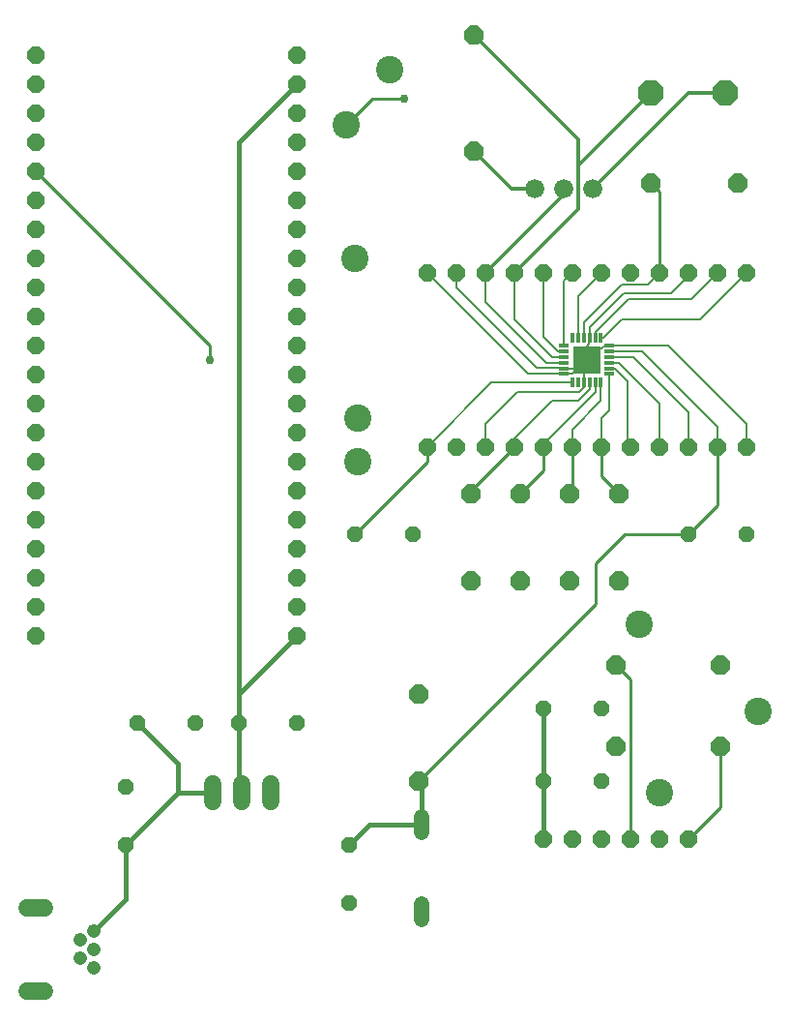
<source format=gbr>
G04 EAGLE Gerber RS-274X export*
G75*
%MOMM*%
%FSLAX34Y34*%
%LPD*%
%INTop Copper*%
%IPPOS*%
%AMOC8*
5,1,8,0,0,1.08239X$1,22.5*%
G01*
%ADD10P,1.429621X8X22.500000*%
%ADD11C,1.524000*%
%ADD12P,1.632244X8X112.500000*%
%ADD13R,0.304800X0.812800*%
%ADD14R,0.812800X0.304800*%
%ADD15R,2.438400X2.438400*%
%ADD16C,1.508000*%
%ADD17C,1.208000*%
%ADD18P,1.632244X8X202.500000*%
%ADD19P,1.632244X8X22.500000*%
%ADD20C,1.320800*%
%ADD21P,1.429621X8X292.500000*%
%ADD22P,1.814519X8X112.500000*%
%ADD23P,2.336880X8X22.500000*%
%ADD24P,1.814519X8X202.500000*%
%ADD25P,1.429621X8X112.500000*%
%ADD26C,1.676400*%
%ADD27C,2.400000*%
%ADD28C,0.203200*%
%ADD29C,0.457200*%
%ADD30C,0.254000*%
%ADD31C,0.756400*%
%ADD32C,0.304800*%


D10*
X215900Y355600D03*
X266700Y355600D03*
X127000Y355600D03*
X177800Y355600D03*
D11*
X243840Y302260D02*
X243840Y287020D01*
X218440Y287020D02*
X218440Y302260D01*
X193040Y302260D02*
X193040Y287020D01*
D12*
X266700Y431800D03*
X266700Y457200D03*
X266700Y482600D03*
X266700Y508000D03*
X266700Y533400D03*
X266700Y558800D03*
X266700Y584200D03*
X266700Y609600D03*
X266700Y635000D03*
X266700Y660400D03*
X266700Y685800D03*
X266700Y711200D03*
X266700Y736600D03*
X266700Y762000D03*
X266700Y787400D03*
X266700Y812800D03*
X266700Y838200D03*
X266700Y863600D03*
X266700Y889000D03*
X266700Y914400D03*
X266700Y939800D03*
X38100Y431800D03*
X38100Y457200D03*
X38100Y482600D03*
X38100Y508000D03*
X38100Y533400D03*
X38100Y558800D03*
X38100Y584200D03*
X38100Y609600D03*
X38100Y635000D03*
X38100Y660400D03*
X38100Y685800D03*
X38100Y711200D03*
X38100Y736600D03*
X38100Y762000D03*
X38100Y787400D03*
X38100Y812800D03*
X38100Y838200D03*
X38100Y863600D03*
X38100Y889000D03*
X38100Y914400D03*
X38100Y939800D03*
D13*
X533146Y692658D03*
X528320Y692658D03*
X523240Y692658D03*
X518160Y692658D03*
X513080Y692658D03*
X508254Y692658D03*
D14*
X501142Y685546D03*
X501142Y680720D03*
X501142Y675640D03*
X501142Y670560D03*
X501142Y665480D03*
X501142Y660654D03*
D13*
X508254Y653542D03*
X513080Y653542D03*
X518160Y653542D03*
X523240Y653542D03*
X528320Y653542D03*
X533146Y653542D03*
D14*
X540258Y660654D03*
X540258Y665480D03*
X540258Y670560D03*
X540258Y675640D03*
X540258Y680720D03*
X540258Y685546D03*
D15*
X520700Y673100D03*
D16*
X46250Y193980D02*
X31170Y193980D01*
X31170Y120980D02*
X46250Y120980D01*
D17*
X77210Y149480D03*
X89210Y157480D03*
X89210Y173480D03*
X89210Y141480D03*
X77210Y165480D03*
D18*
X660400Y749300D03*
X635000Y749300D03*
X609600Y749300D03*
X584200Y749300D03*
X558800Y749300D03*
X533400Y749300D03*
X508000Y749300D03*
X482600Y749300D03*
X457200Y749300D03*
X431800Y749300D03*
X406400Y749300D03*
X381000Y749300D03*
D19*
X381000Y596900D03*
X406400Y596900D03*
X431800Y596900D03*
X457200Y596900D03*
X482600Y596900D03*
X508000Y596900D03*
X533400Y596900D03*
X558800Y596900D03*
X584200Y596900D03*
X609600Y596900D03*
X635000Y596900D03*
X660400Y596900D03*
D18*
X609600Y254000D03*
X584200Y254000D03*
X558800Y254000D03*
X533400Y254000D03*
X508000Y254000D03*
X482600Y254000D03*
D20*
X375920Y260096D02*
X375920Y273304D01*
X375920Y197104D02*
X375920Y183896D01*
D21*
X312420Y248920D03*
X312420Y198120D03*
D22*
X373380Y304800D03*
X373380Y381000D03*
D10*
X482600Y304800D03*
X533400Y304800D03*
X482600Y368300D03*
X533400Y368300D03*
X609600Y520700D03*
X660400Y520700D03*
D23*
X642112Y906780D03*
X577088Y906780D03*
D10*
X317500Y520700D03*
X368300Y520700D03*
D22*
X548640Y480060D03*
X548640Y556260D03*
X505460Y480060D03*
X505460Y556260D03*
X462280Y480060D03*
X462280Y556260D03*
X419100Y480060D03*
X419100Y556260D03*
D24*
X652780Y828040D03*
X576580Y828040D03*
D25*
X116840Y248920D03*
X116840Y299720D03*
D24*
X637540Y335280D03*
X546100Y335280D03*
X637540Y406400D03*
X546100Y406400D03*
D22*
X421640Y855980D03*
X421640Y957580D03*
D26*
X500380Y822960D03*
X474980Y822960D03*
X525780Y822960D03*
D27*
X320040Y584200D03*
X320040Y622300D03*
X584200Y294640D03*
X566420Y441960D03*
X309880Y878840D03*
X347980Y927100D03*
X670560Y365760D03*
X317500Y762000D03*
D28*
X500126Y666496D02*
X501142Y665480D01*
X500126Y666496D02*
X476657Y666496D01*
X406400Y736753D01*
X406400Y749300D01*
X469646Y660654D02*
X501142Y660654D01*
X469646Y660654D02*
X381000Y749300D01*
X523165Y692583D02*
X523165Y687243D01*
X523165Y692583D02*
X523240Y692658D01*
X523165Y687243D02*
X520957Y685035D01*
X513080Y665480D02*
X501142Y665480D01*
X508254Y660654D02*
X513080Y665480D01*
X508254Y660654D02*
X501142Y660654D01*
X518468Y670868D02*
X520700Y673100D01*
X518468Y670868D02*
X518468Y653850D01*
X518160Y653542D01*
X594360Y731520D02*
X609600Y746760D01*
X609600Y749300D01*
X594360Y731520D02*
X553109Y731520D01*
X540258Y685546D02*
X539496Y684784D01*
X535142Y684784D01*
X533618Y683260D01*
X518160Y653542D02*
X518129Y653511D01*
X518129Y649041D01*
X514248Y645160D01*
X459740Y645160D01*
X431800Y617220D01*
X431800Y596900D01*
X540258Y685546D02*
X592074Y685546D01*
X660400Y617220D01*
X660400Y596900D01*
X520957Y673357D02*
X520957Y685035D01*
X520957Y673357D02*
X520700Y673100D01*
X513080Y728980D02*
X533400Y749300D01*
X513080Y728980D02*
X513080Y692658D01*
X523240Y701651D02*
X553109Y731520D01*
X523240Y701651D02*
X523240Y692658D01*
D29*
X162560Y294640D02*
X116840Y248920D01*
X162560Y294640D02*
X193040Y294640D01*
X162560Y294640D02*
X162560Y320040D01*
X127000Y355600D01*
X116840Y248920D02*
X116840Y201110D01*
X89210Y173480D01*
D28*
X501142Y685546D02*
X501142Y742442D01*
X508000Y749300D01*
X501142Y680720D02*
X495300Y680720D01*
X482600Y693420D01*
X482600Y749300D01*
D29*
X215900Y297180D02*
X218440Y294640D01*
X215900Y297180D02*
X215900Y355600D01*
X215900Y381000D01*
X266700Y431800D01*
X215900Y381000D02*
X215900Y863600D01*
X266700Y914400D01*
X482600Y368300D02*
X482600Y304800D01*
X482600Y254000D01*
D28*
X540258Y680720D02*
X568960Y680720D01*
X635000Y614680D02*
X635000Y599440D01*
X635000Y596900D01*
X635000Y614680D02*
X568960Y680720D01*
D29*
X373380Y304800D02*
X375920Y302260D01*
X375920Y266700D01*
X330200Y266700D02*
X312420Y248920D01*
X330200Y266700D02*
X375920Y266700D01*
D30*
X373380Y304800D02*
X528320Y459740D01*
X528320Y495300D01*
X609600Y520700D02*
X635000Y546100D01*
X635000Y599440D01*
X553720Y520700D02*
X528320Y495300D01*
X553720Y520700D02*
X609600Y520700D01*
D28*
X612140Y726440D02*
X635000Y749300D01*
X529082Y697774D02*
X529082Y693420D01*
X528320Y692658D01*
X529082Y697774D02*
X557748Y726440D01*
X612140Y726440D01*
D31*
X360680Y901700D03*
D30*
X332740Y901700D01*
X309880Y878840D01*
D28*
X619760Y708660D02*
X660400Y749300D01*
X551688Y708660D02*
X535686Y692658D01*
X533146Y692658D01*
X551688Y708660D02*
X619760Y708660D01*
X548640Y670560D02*
X540258Y670560D01*
X584200Y635000D02*
X584200Y596900D01*
X584200Y635000D02*
X548640Y670560D01*
D31*
X190500Y673100D03*
D30*
X190500Y685800D01*
X38100Y838200D01*
D28*
X540258Y675640D02*
X561340Y675640D01*
X609600Y627380D01*
X609600Y596900D01*
X540798Y664940D02*
X540258Y665480D01*
X540798Y664940D02*
X545670Y664940D01*
X556260Y654349D01*
X556260Y599440D02*
X558800Y596900D01*
X556260Y599440D02*
X556260Y654349D01*
D30*
X558800Y393700D02*
X558800Y254000D01*
X558800Y393700D02*
X546100Y406400D01*
X637540Y281940D02*
X609600Y254000D01*
X637540Y281940D02*
X637540Y335280D01*
D28*
X508254Y653542D02*
X437642Y653542D01*
X381000Y596900D01*
D30*
X381000Y584200D01*
X317500Y520700D01*
D28*
X431800Y724002D02*
X431800Y749300D01*
X431800Y724002D02*
X485242Y670560D01*
X501142Y670560D01*
D32*
X431800Y749300D02*
X500380Y817880D01*
X500380Y822960D01*
D28*
X457200Y749300D02*
X457200Y708711D01*
X490271Y675640D01*
X501142Y675640D01*
D32*
X457200Y749300D02*
X513080Y805180D01*
X513080Y842772D02*
X577088Y906780D01*
X513080Y842772D02*
X513080Y805180D01*
X513080Y842772D02*
X513080Y866140D01*
X421640Y957580D01*
D28*
X540258Y660654D02*
X540258Y629158D01*
X533400Y622300D01*
X533400Y596900D01*
D30*
X533400Y571500D01*
X548640Y556260D01*
D28*
X533146Y637286D02*
X533146Y653542D01*
X508000Y612140D02*
X508000Y596900D01*
X508000Y612140D02*
X533146Y637286D01*
D30*
X508000Y596900D02*
X508000Y558800D01*
X505460Y556260D01*
D28*
X528320Y645160D02*
X528320Y653542D01*
X482600Y599440D02*
X482600Y596900D01*
X482600Y599440D02*
X528320Y645160D01*
D30*
X482600Y596900D02*
X482600Y576580D01*
X462280Y556260D01*
D28*
X518160Y692658D02*
X518160Y706120D01*
X574040Y739140D02*
X584200Y749300D01*
X574040Y739140D02*
X551180Y739140D01*
X518160Y706120D01*
D30*
X584200Y820420D02*
X576580Y828040D01*
X584200Y820420D02*
X584200Y749300D01*
D28*
X523240Y653542D02*
X523240Y647700D01*
X513080Y637540D02*
X490220Y637540D01*
X457200Y604520D01*
X457200Y596900D01*
X513080Y637540D02*
X523240Y647700D01*
D30*
X419100Y558800D02*
X419100Y556260D01*
X419100Y558800D02*
X457200Y596900D01*
D32*
X454660Y822960D02*
X474980Y822960D01*
X454660Y822960D02*
X421640Y855980D01*
X525780Y822960D02*
X609600Y906780D01*
X642112Y906780D01*
M02*

</source>
